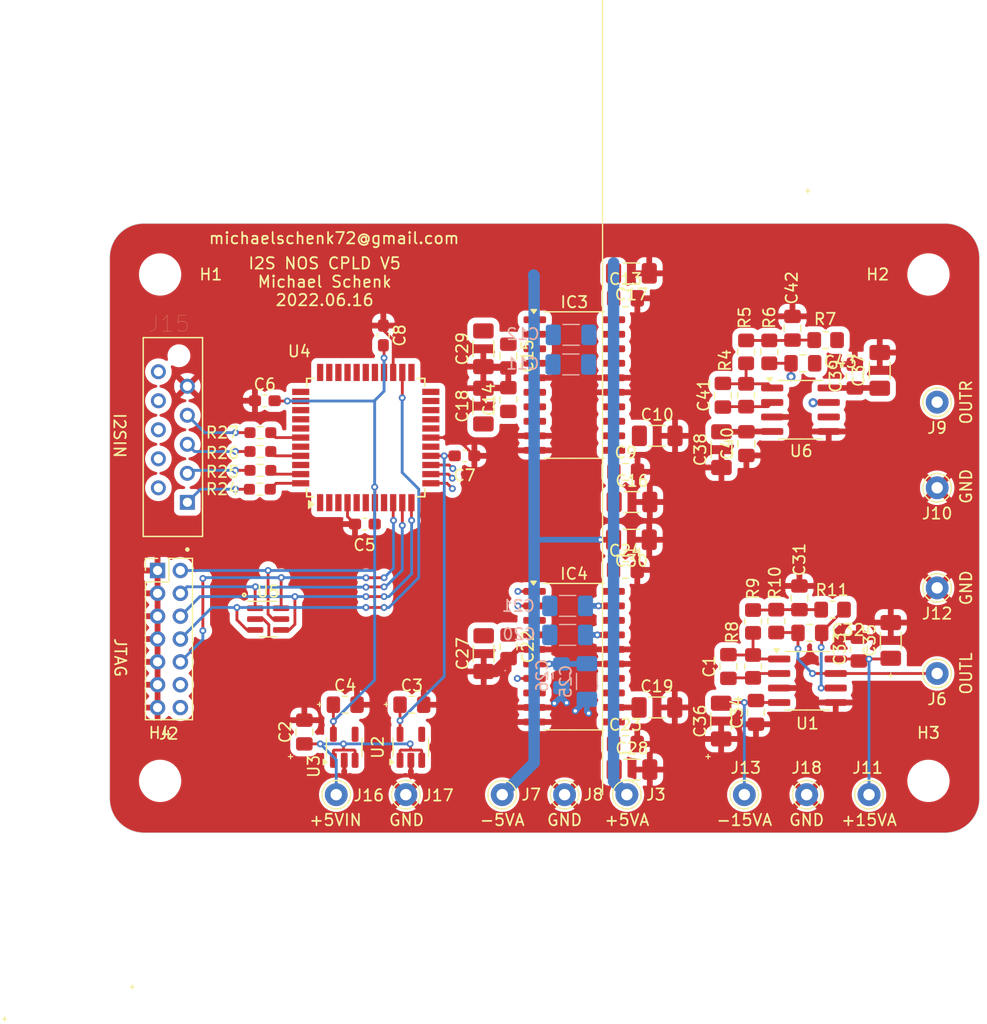
<source format=kicad_pcb>
(kicad_pcb (version 20241229) (generator "pcbnew") (generator_version "9.0")
  (layers (0 "F.Cu" mixed) (4 "In1.Cu" signal) (6 "In2.Cu" signal) (2 "B.Cu" mixed) (13 "F.Paste" user) (15 "B.Paste" user) (5 "F.SilkS" user "F.Silkscreen") (7 "B.SilkS" user "B.Silkscreen") (1 "F.Mask" user) (3 "B.Mask" user) (25 "Edge.Cuts" user))
  (net 0 "")
  (net 1 "GND")
  (net 2 "+3V3")
  (net 3 "+1V8")
  (net 4 "Net-(IC4-IOUT)")
  (net 5 "JTAG_TCK")
  (net 6 "JTAG_TDO")
  (net 7 "JTAG_TDI")
  (net 8 "JTAG_TMS")
  (net 9 "MCLK")
  (net 10 "BCK")
  (net 11 "LRCK")
  (net 12 "DATAIN")
  (net 13 "DATAOUTR")
  (net 14 "DATAOUTL")
  (net 15 "+5VA")
  (net 16 "Net-(J16-Pin_1)")
  (net 17 "-5VA")
  (net 18 "-15V")
  (net 19 "+15V")
  (net 20 "Net-(IC4-BPO_DC)")
  (net 21 "Net-(IC4-SERV_DC)")
  (net 22 "LEOUTR")
  (net 23 "CLKOUTR")
  (net 24 "LEOUTL")
  (net 25 "CLKOUTL")
  (net 26 "Net-(C1-Pad2)")
  (net 27 "Net-(IC4-REF_DC)")
  (net 28 "Net-(C31-Pad1)")
  (net 29 "Net-(U1B--)")
  (net 30 "Net-(J6-Pin_1)")
  (net 31 "Net-(C41-Pad2)")
  (net 32 "Net-(C42-Pad1)")
  (net 33 "Net-(J9-Pin_1)")
  (net 34 "Net-(U6B--)")
  (net 35 "Net-(J15-Pad1)")
  (net 36 "Net-(J15-Pad3)")
  (net 37 "Net-(J15-Pad5)")
  (net 38 "Net-(J15-Pad7)")
  (net 41 "Net-(IC3-BPO_DC)")
  (net 42 "Net-(IC3-SERV_DC)")
  (net 49 "Net-(IC3-REF_DC)")
  (net 50 "Net-(IC3-IOUT)")
  (footprint "MountingHole:MountingHole_3.2mm_M3" (layer "F.Cu") (at 113.03 66.04)
    (property "Reference" "H1")
    (property "Value" "MountingHole")
  )
  (footprint "MountingHole:MountingHole_3.2mm_M3" (layer "F.Cu") (at 113.03 110.363)
    (property "Reference" "H4")
    (property "Value" "MountingHole")
  )
  (footprint "kicad-snk:TE_CONN_RCPT_10POS_0.1_TIN_PCB" (layer "F.Cu") (at 115.421 85.982 90)
    (property "Reference" "J15")
    (property "Value" "A")
  )
  (footprint "Resistor_SMD:R_0603_1608Metric_Pad0.98x0.95mm_HandSolder" (layer "F.Cu") (at 121.7695 84.836)
    (property "Reference" "R24")
    (property "Value" "33R")
  )
  (footprint "Resistor_SMD:R_0603_1608Metric_Pad0.98x0.95mm_HandSolder" (layer "F.Cu") (at 121.8165 83.185)
    (property "Reference" "R25")
    (property "Value" "33R")
  )
  (footprint "Resistor_SMD:R_0603_1608Metric_Pad0.98x0.95mm_HandSolder" (layer "F.Cu") (at 121.8165 81.534)
    (property "Reference" "R26")
    (property "Value" "33R")
  )
  (footprint "Resistor_SMD:R_0603_1608Metric_Pad0.98x0.95mm_HandSolder" (layer "F.Cu") (at 121.8165 79.883)
    (property "Reference" "R27")
    (property "Value" "33R")
  )
  (footprint "MountingHole:MountingHole_3.2mm_M3" (layer "F.Cu") (at 180.34 110.363)
    (property "Reference" "H3")
    (property "Value" "MountingHole")
  )
  (footprint "MountingHole:MountingHole_3.2mm_M3" (layer "F.Cu") (at 180.34 66.04)
    (property "Reference" "H2")
    (property "Value" "MountingHole")
  )
  (footprint "Capacitor_SMD:C_0603_1608Metric_Pad1.08x0.95mm_HandSolder" (layer "F.Cu") (at 130.9635 87.884)
    (property "Reference" "C5")
    (property "Value" "100nF")
  )
  (footprint "Package_QFP:TQFP-44_10x10mm_P0.8mm" (layer "F.Cu") (at 131.049 80.315 90)
    (property "Reference" "U4")
    (property "Value" "XC2C64A-xVQ44")
  )
  (footprint "Capacitor_SMD:C_0603_1608Metric_Pad1.08x0.95mm_HandSolder" (layer "F.Cu") (at 122.2005 77.089)
    (property "Reference" "C6")
    (property "Value" "100nF")
  )
  (footprint "Capacitor_SMD:C_0603_1608Metric_Pad1.08x0.95mm_HandSolder" (layer "F.Cu") (at 139.7 81.915 180)
    (property "Reference" "C7")
    (property "Value" "100nF")
  )
  (footprint "Capacitor_SMD:C_0603_1608Metric_Pad1.08x0.95mm_HandSolder" (layer "F.Cu") (at 132.588 71.374 -90)
    (property "Reference" "C8")
    (property "Value" "100nF")
  )
  (footprint "Connector_PinHeader_2.00mm:PinHeader_2x07_P2.00mm_Vertical" (layer "F.Cu") (at 112.808 91.948)
    (property "Reference" "J2")
    (property "Value" "Conn_02x07_Odd_Even")
  )
  (footprint "Package_SO:SC-74-6_1.5x2.9mm_P0.95mm" (layer "F.Cu") (at 122.497 96.2025)
    (property "Reference" "U5")
    (property "Value" "CM1293A−04SO")
  )
  (footprint "Connector_Pin:Pin_D1.0mm_L10.0mm" (layer "F.Cu") (at 181.102 84.709)
    (property "Reference" "J10")
    (property "Value" "GND")
  )
  (footprint "Connector_Pin:Pin_D1.0mm_L10.0mm" (layer "F.Cu") (at 175.133 111.5695)
    (property "Reference" "J11")
    (property "Value" "+15VAIN")
  )
  (footprint "Connector_Pin:Pin_D1.0mm_L10.0mm" (layer "F.Cu") (at 164.211 111.5695)
    (property "Reference" "J13")
    (property "Value" "-15VAIN")
  )
  (footprint "Connector_Pin:Pin_D1.0mm_L10.0mm" (layer "F.Cu") (at 169.672 111.5695)
    (property "Reference" "J18")
    (property "Value" "GND")
  )
  (footprint "Capacitor_SMD:C_1206_3216Metric_Pad1.33x1.80mm_HandSolder" (layer "F.Cu") (at 156.5533 103.9368)
    (property "Reference" "C19")
    (property "Value" "100uF")
  )
  (footprint "Connector_Pin:Pin_D1.0mm_L10.0mm" (layer "F.Cu") (at 181.102 100.965)
    (property "Reference" "J6")
    (property "Value" "OUT")
  )
  (footprint "Connector_Pin:Pin_D1.0mm_L10.0mm" (layer "F.Cu") (at 181.102 93.472)
    (property "Reference" "J12")
    (property "Value" "GND")
  )
  (footprint "Capacitor_SMD:C_0805_2012Metric_Pad1.18x1.45mm_HandSolder" (layer "F.Cu") (at 162.814 100.3515 90)
    (property "Reference" "C1")
    (property "Value" "47pF")
  )
  (footprint "Capacitor_SMD:C_0805_2012Metric_Pad1.18x1.45mm_HandSolder" (layer "F.Cu") (at 169.037 94.3395 90)
    (property "Reference" "C31")
    (property "Value" "2n2")
  )
  (footprint "Capacitor_SMD:C_0805_2012Metric_Pad1.18x1.45mm_HandSolder" (layer "F.Cu") (at 169.9475 97.409)
    (property "Reference" "C32")
    (property "Value" "560p")
  )
  (footprint "Capacitor_SMD:C_1206_3216Metric_Pad1.33x1.80mm_HandSolder" (layer "F.Cu") (at 177.038 98.07 90)
    (property "Reference" "C35")
    (property "Value" "10uF/25V")
  )
  (footprint "Capacitor_SMD:C_1206_3216Metric_Pad1.33x1.80mm_HandSolder" (layer "F.Cu") (at 162.179 105.13 90)
    (property "Reference" "C36")
    (property "Value" "10uF/25V")
  )
  (footprint "Resistor_SMD:R_0805_2012Metric_Pad1.20x1.40mm_HandSolder" (layer "F.Cu") (at 164.973 100.346 -90)
    (property "Reference" "R8")
    (property "Value" "2.5k")
  )
  (footprint "Resistor_SMD:R_0805_2012Metric_Pad1.20x1.40mm_HandSolder" (layer "F.Cu") (at 164.973 96.409 -90)
    (property "Reference" "R9")
    (property "Value" "4.7k")
  )
  (footprint "Resistor_SMD:R_0805_2012Metric_Pad1.20x1.40mm_HandSolder" (layer "F.Cu") (at 167.005 96.377 -90)
    (property "Reference" "R10")
    (property "Value" "4.7k")
  )
  (footprint "Resistor_SMD:R_0805_2012Metric_Pad1.20x1.40mm_HandSolder" (layer "F.Cu") (at 171.942 95.377 180)
    (property "Reference" "R11")
    (property "Value" "2k")
  )
  (footprint "Capacitor_SMD:C_0805_2012Metric_Pad1.18x1.45mm_HandSolder" (layer "F.Cu") (at 174.244 98.8325 90)
    (property "Reference" "C33")
    (property "Value" "100nF")
  )
  (footprint "Capacitor_SMD:C_0805_2012Metric_Pad1.18x1.45mm_HandSolder" (layer "F.Cu") (at 165.227 104.3675 90)
    (property "Reference" "C34")
    (property "Value" "100nF")
  )
  (footprint "Package_SO:SOIC-8_3.9x4.9mm_P1.27mm" (layer "F.Cu") (at 169.737 101.6)
    (property "Reference" "U1")
    (property "Value" "OPA1612")
  )
  (footprint "Capacitor_SMD:C_1206_3216Metric_Pad1.33x1.80mm_HandSolder" (layer "F.Cu") (at 141.3764 99.2247 90)
    (property "Reference" "C27")
    (property "Value" "10uF/10V")
  )
  (footprint "Capacitor_SMD:C_1206_3216Metric_Pad1.33x1.80mm_HandSolder" (layer "F.Cu") (at 154.3689 109.3724)
    (property "Reference" "C28")
    (property "Value" "10uF/10V")
  )
  (footprint "Capacitor_SMD:C_1206_3216Metric_Pad1.33x1.80mm_HandSolder" (layer "F.Cu") (at 154.3181 89.2556 180)
    (property "Reference" "C30")
    (property "Value" "10uF/10V")
  )
  (footprint "Capacitor_SMD:C_1206_3216Metric_Pad1.33x1.80mm_HandSolder" (layer "F.Cu") (at 154.3689 85.9536)
    (property "Reference" "C16")
    (property "Value" "10uF/10V")
  )
  (footprint "Capacitor_SMD:C_1206_3216Metric_Pad1.33x1.80mm_HandSolder" (layer "F.Cu") (at 154.3181 65.9384 180)
    (property "Reference" "C17")
    (property "Value" "10uF/10V")
  )
  (footprint "Capacitor_SMD:C_1206_3216Metric_Pad1.33x1.80mm_HandSolder" (layer "F.Cu") (at 141.3502 77.5593 90)
    (property "Reference" "C18")
    (property "Value" "10uF/10V")
  )
  (footprint "Capacitor_SMD:C_1206_3216Metric_Pad1.33x1.80mm_HandSolder" (layer "F.Cu") (at 141.3502 72.5424 90)
    (property "Reference" "C29")
    (property "Value" "10uF/10V")
  )
  (footprint "Capacitor_SMD:C_1206_3216Metric_Pad1.33x1.80mm_HandSolder" (layer "F.Cu") (at 176.0728 74.4343 90)
    (property "Reference" "C37")
    (property "Value" "10uF/25V")
  )
  (footprint "Resistor_SMD:R_0805_2012Metric_Pad1.20x1.40mm_HandSolder" (layer "F.Cu") (at 171.3324 71.7812 180)
    (property "Reference" "R7")
    (property "Value" "2k")
  )
  (footprint "Resistor_SMD:R_0805_2012Metric_Pad1.20x1.40mm_HandSolder" (layer "F.Cu") (at 164.3634 76.6072 -90)
    (property "Reference" "R4")
    (property "Value" "2.5k")
  )
  (footprint "Capacitor_SMD:C_0805_2012Metric_Pad1.18x1.45mm_HandSolder" (layer "F.Cu") (at 153.8177 83.312)
    (property "Reference" "C9")
    (property "Value" "100nF")
  )
  (footprint "Capacitor_SMD:C_0805_2012Metric_Pad1.18x1.45mm_HandSolder" (layer "F.Cu") (at 153.7931 91.8972)
    (property "Reference" "C24")
    (property "Value" "100nF")
  )
  (footprint "Package_SO:SOIC-8_3.9x4.9mm_P1.27mm" (layer "F.Cu") (at 169.1259 77.8772)
    (property "Reference" "U6")
    (property "Value" "OPA1612")
  )
  (footprint "Capacitor_SMD:C_0805_2012Metric_Pad1.18x1.45mm_HandSolder" (layer "F.Cu") (at 153.7931 107.1372)
    (property "Reference" "C23")
    (property "Value" "100nF")
  )
  (footprint "Capacitor_SMD:C_0805_2012Metric_Pad1.18x1.45mm_HandSolder" (layer "F.Cu") (at 143.5608 98.6243 -90)
    (property "Reference" "C22")
    (property "Value" "100nF")
  )
  (footprint "Capacitor_SMD:C_0805_2012Metric_Pad1.18x1.45mm_HandSolder" (layer "F.Cu") (at 143.5346 73.1813 -90)
    (property "Reference" "C15")
    (property "Value" "100nF")
  )
  (footprint "Capacitor_SMD:C_0805_2012Metric_Pad1.18x1.45mm_HandSolder" (layer "F.Cu") (at 143.5346 76.986 90)
    (property "Reference" "C14")
    (property "Value" "100nF")
  )
  (footprint "Capacitor_SMD:C_0805_2012Metric_Pad1.18x1.45mm_HandSolder" (layer "F.Cu") (at 169.3379 73.8132)
    (property "Reference" "C43")
    (property "Value" "560p")
  )
  (footprint "Resistor_SMD:R_0805_2012Metric_Pad1.20x1.40mm_HandSolder" (layer "F.Cu") (at 164.3634 72.8132 -90)
    (property "Reference" "R5")
    (property "Value" "4.7k")
  )
  (footprint "Capacitor_SMD:C_0805_2012Metric_Pad1.18x1.45mm_HandSolder" (layer "F.Cu") (at 168.4274 70.7437 90)
    (property "Reference" "C42")
    (property "Value" "2n2")
  )
  (footprint "Resistor_SMD:R_0805_2012Metric_Pad1.20x1.40mm_HandSolder" (layer "F.Cu") (at 166.3954 72.8132 -90)
    (property "Reference" "R6")
    (property "Value" "4.7k")
  )
  (footprint "Capacitor_SMD:C_0805_2012Metric_Pad1.18x1.45mm_HandSolder" (layer "F.Cu") (at 162.3314 76.6072 90)
    (property "Reference" "C41")
    (property "Value" "47pF")
  )
  (footprint "Capacitor_SMD:C_0805_2012Metric_Pad1.18x1.45mm_HandSolder" (layer "F.Cu") (at 164.3888 80.8443 90)
    (property "Reference" "C40")
    (property "Value" "100nF")
  )
  (footprint "Capacitor_SMD:C_0805_2012Metric_Pad1.18x1.45mm_HandSolder" (layer "F.Cu") (at 153.8009 68.1228)
    (property "Reference" "C13")
    (property "Value" "100nF")
  )
  (footprint "Capacitor_SMD:C_0805_2012Metric_Pad1.18x1.45mm_HandSolder" (layer "F.Cu") (at 173.8884 74.9347 90)
    (property "Reference" "C39")
    (property "Value" "100nF")
  )
  (footprint "Capacitor_SMD:C_1206_3216Metric_Pad1.33x1.80mm_HandSolder" (layer "F.Cu") (at 162.2044 81.3693 90)
    (property "Reference" "C38")
    (property "Value" "10uF/25V")
  )
  (footprint "Capacitor_SMD:C_1206_3216Metric_Pad1.33x1.80mm_HandSolder" (layer "F.Cu") (at 156.5779 80.1624)
    (property "Reference" "C10")
    (property "Value" "100uF")
  )
  (footprint "Connector_Pin:Pin_D1.0mm_L10.0mm" (layer "F.Cu") (at 153.924 111.5695)
    (property "Reference" "J3")
    (property "Value" "+5VAIN")
  )
  (footprint "Connector_Pin:Pin_D1.0mm_L10.0mm" (layer "F.Cu") (at 143.002 111.5695)
    (property "Reference" "J7")
    (property "Value" "-5VAIN")
  )
  (footprint "Connector_Pin:Pin_D1.0mm_L10.0mm" (layer "F.Cu") (at 148.463 111.5695)
    (property "Reference" "J8")
    (property "Value" "GND")
  )
  (footprint "Connector_Pin:Pin_D1.0mm_L10.0mm" (layer "F.Cu") (at 181.102 77.216)
    (property "Reference" "J9")
    (property "Value" "OUT")
  )
  (footprint "Connector_Pin:Pin_D1.0mm_L10.0mm" (layer "F.Cu") (at 128.4605 111.5695)
    (property "Reference" "J16")
    (property "Value" "+5VIN")
  )
  (footprint "Connector_Pin:Pin_D1.0mm_L10.0mm" (layer "F.Cu") (at 134.5565 111.5695)
    (property "Reference" "J17")
    (property "Value" "GND")
  )
  (footprint "Package_TO_SOT_SMD:SOT-23-5" (layer "F.Cu") (at 134.9985 107.4215 90)
    (property "Reference" "U2")
    (property "Value" "TC1185-1.8VCT713")
  )
  (footprint "Package_TO_SOT_SMD:SOT-23-5" (layer "F.Cu") (at 129.1615 107.4215 90)
    (property "Reference" "U3")
    (property "Value" "TC1185-3.3VCT713")
  )
  (footprint "Capacitor_SMD:C_0805_2012Metric_Pad1.18x1.45mm_HandSolder" (layer "F.Cu") (at 125.6665 106.087 90)
    (property "Reference" "C2")
    (property "Value" "10uF/6.3V")
  )
  (footprint "Capacitor_SMD:C_0805_2012Metric_Pad1.18x1.45mm_HandSolder" (layer "F.Cu") (at 135.086 103.6955)
    (property "Reference" "C3")
    (property "Value" "10uF/6.3V")
  )
  (footprint "Capacitor_SMD:C_0805_2012Metric_Pad1.18x1.45mm_HandSolder" (layer "F.Cu") (at 129.244 103.6955)
    (property "Reference" "C4")
    (property "Value" "10uF/6.3V")
  )
  (footprint "Package_SO:SO-20_5.3x12.6mm_P1.27mm" (layer "F.Cu") (at 149.2931 99.4918)
    (property "Reference" "IC4")
    (property "Value" "PCM1704U")
  )
  (footprint "Package_SO:SO-20_5.3x12.6mm_P1.27mm" (layer "F.Cu") (at 149.3177 75.7174)
    (property "Reference" "IC3")
    (property "Value" "PCM1704U")
  )
  (footprint "Capacitor_SMD:C_1206_3216Metric_Pad1.33x1.80mm_HandSolder" (layer "B.Cu") (at 148.7301 97.5868 180)
    (property "Reference" "C20")
    (property "Value" "47uF")
  )
  (footprint "Capacitor_SMD:C_1206_3216Metric_Pad1.33x1.80mm_HandSolder" (layer "B.Cu") (at 148.7301 95.0468 180)
    (property "Reference" "C21")
    (property "Value" "47uF")
  )
  (footprint "Capacitor_SMD:C_1206_3216Metric_Pad1.33x1.80mm_HandSolder" (layer "B.Cu") (at 150.4188 101.6631 -90)
    (property "Reference" "C25")
    (property "Value" "10uF/10V")
  )
  (footprint "Capacitor_SMD:C_0805_2012Metric_Pad1.18x1.45mm_HandSolder" (layer "B.Cu") (at 148.1836 101.1643 -90)
    (property "Reference" "C26")
    (property "Value" "100nF")
  )
  (footprint "Capacitor_SMD:C_1206_3216Metric_Pad1.33x1.80mm_HandSolder" (layer "B.Cu") (at 149.0103 73.914 180)
    (property "Reference" "C11")
    (property "Value" "47uF")
  )
  (footprint "Capacitor_SMD:C_1206_3216Metric_Pad1.33x1.80mm_HandSolder" (layer "B.Cu") (at 149.0349 71.3232 180)
    (property "Reference" "C12")
    (property "Value" "47uF")
  )
  (gr_line (start 151.7904 42.0751) (end 151.7904 111.5695) (stroke (width 0.12)) (layer "F.SilkS"))
  (gr_line (start 111.6104 61.5696) (end 181.8104 61.5696) (stroke (width 0.05)) (layer "Edge.Cuts"))
  (gr_arc (start 181.8104 61.5696) (mid 183.93172 62.44828) (end 184.8104 64.5696) (stroke (width 0.05)) (layer "Edge.Cuts"))
  (gr_line (start 108.6104 111.9096) (end 108.6104 64.5696) (stroke (width 0.05)) (layer "Edge.Cuts"))
  (gr_arc (start 111.6104 114.9096) (mid 109.48908 114.03092) (end 108.6104 111.9096) (stroke (width 0.05)) (layer "Edge.Cuts"))
  (gr_line (start 181.8104 114.9096) (end 111.6104 114.9096) (stroke (width 0.05)) (layer "Edge.Cuts"))
  (gr_arc (start 184.8104 111.9096) (mid 183.93172 114.03092) (end 181.8104 114.9096) (stroke (width 0.05)) (layer "Edge.Cuts"))
  (gr_arc (start 108.6104 64.5696) (mid 109.48908 62.44828) (end 111.6104 61.5696) (stroke (width 0.05)) (layer "Edge.Cuts"))
  (gr_line (start 184.8104 64.5696) (end 184.8104 111.9096) (stroke (width 0.05)) (layer "Edge.Cuts"))
  (gr_text "I2SIN" (at 109.474 80.137 270) (layer "F.SilkS") (effects (font (size 1 1))))
  (gr_text "GND" (at 148.463 113.792 0) (layer "F.SilkS") (effects (font (size 1 1))))
  (gr_text "+5VA" (at 153.924 113.792 0) (layer "F.SilkS") (effects (font (size 1 1))))
  (gr_text "GND" (at 169.672 113.792 0) (layer "F.SilkS") (effects (font (size 1 1))))
  (gr_text "-15VA" (at 164.211 113.792 0) (layer "F.SilkS") (effects (font (size 1 1))))
  (gr_text "+15VA" (at 175.133 113.792 0) (layer "F.SilkS") (effects (font (size 1 1))))
  (gr_text "JTAG" (at 109.5375 99.568 270) (layer "F.SilkS") (effects (font (size 1 1))))
  (gr_text "-5VA" (at 143.002 113.792 0) (layer "F.SilkS") (effects (font (size 1 1))))
  (gr_text "I2S NOS CPLD V5\nMichael Schenk\n2022.06.16" (at 127.4445 66.675 0) (layer "F.SilkS") (effects (font (size 1 1))))
  (gr_text "GND" (at 183.642 84.582 90) (layer "F.SilkS") (effects (font (size 1 1))))
  (gr_text "OUTR" (at 183.642 77.216 90) (layer "F.SilkS") (effects (font (size 1 1))))
  (gr_text "GND" (at 183.642 93.472 90) (layer "F.SilkS") (effects (font (size 1 1))))
  (gr_text "OUTL" (at 183.642 100.965 90) (layer "F.SilkS") (effects (font (size 1 1))))
  (gr_text "GND" (at 134.62 113.792 0) (layer "F.SilkS") (effects (font (size 1 1))))
  (gr_text "michaelschenk72@gmail.com" (at 128.27 62.865 0) (layer "F.SilkS") (effects (font (size 1 1))))
  (gr_text "+" (at 127 103.632 0) (layer "F.SilkS") (effects (font (size 0.5 0.5) (thickness 0.1))))
  (gr_text "+" (at 110.5916 128.3716 0) (layer "F.SilkS") (effects (font (size 0.5 0.5) (thickness 0.1))))
  (gr_text "+" (at 161.036 108.204 0) (layer "F.SilkS") (effects (font (size 0.5 0.5) (thickness 0.1))))
  (gr_text "°" (at 120.396 94.488 0) (layer "F.SilkS") (effects (font (size 1 1))))
  (gr_text "+" (at 124.46 108.204 0) (layer "F.SilkS") (effects (font (size 0.5 0.5) (thickness 0.1))))
  (gr_text "+" (at 132.842 103.632 0) (layer "F.SilkS") (effects (font (size 0.5 0.5) (thickness 0.1))))
  (gr_text "+" (at 169.7736 58.674 0) (layer "F.SilkS") (effects (font (size 0.5 0.5) (thickness 0.1))))
  (gr_text "+5VIN" (at 128.397 113.792 0) (layer "F.SilkS") (effects (font (size 1 1))))
  (gr_text "+" (at 99.4156 131.1656 0) (layer "F.SilkS") (effects (font (size 0.5 0.5) (thickness 0.1))))
  (gr_text "+" (at 177.038 101.092 0) (layer "F.SilkS") (effects (font (size 0.5 0.5) (thickness 0.1))))
  (segment (start 134.9985 108.5215) (end 134.9985 110.1065) (width 0.25) (layer "F.Cu") (net 1))
  (segment (start 129.1615 108.5215) (end 129.1615 109.7255) (width 0.25) (layer "F.Cu") (net 1))
  (segment (start 129.449 87.232) (end 129.449 86.015) (width 0.25) (layer "F.Cu") (net 1))
  (segment (start 122.072 96.2025) (end 122.555 96.6855) (width 0.25) (layer "F.Cu") (net 1))
  (segment (start 133.449 74.615) (end 133.449 71.76449) (width 0.25) (layer "F.Cu") (net 1))
  (segment (start 122.555 96.6855) (end 122.555 98.552) (width 0.25) (layer "F.Cu") (net 1))
  (segment (start 121.3595 96.2025) (end 122.072 96.2025) (width 0.25) (layer "F.Cu") (net 1))
  (segment (start 132.588 70.90349) (end 132.588 70.5115) (width 0.25) (layer "F.Cu") (net 1))
  (segment (start 141.3764 100.7872) (end 142.4354 100.7872) (width 1) (layer "F.Cu") (net 1))
  (segment (start 145.8306 98.8568) (end 144.3658 98.8568) (width 0.5) (layer "F.Cu") (net 1))
  (segment (start 138.9625 80.315) (end 140.5625 81.915) (width 0.25) (layer "F.Cu") (net 1))
  (segment (start 142.4354 100.7872) (end 143.5608 99.6618) (width 1) (layer "F.Cu") (net 1))
  (segment (start 136.749 80.315) (end 138.9625 80.315) (width 0.25) (layer "F.Cu") (net 1))
  (segment (start 144.3658 98.8568) (end 143.5608 99.6618) (width 0.5) (layer "F.Cu") (net 1))
  (segment (start 130.101 87.884) (end 129.449 87.232) (width 0.25) (layer "F.Cu") (net 1))
  (segment (start 133.449 71.76449) (end 132.588 70.90349) (width 0.25) (layer "F.Cu") (net 1))
  (via (at 148.6408 103.5304) (size 0.6) (drill 0.3) (layers "F.Cu" "B.Cu") (net 1))
  (via (at 147.574 103.5812) (size 0.6) (drill 0.3) (layers "F.Cu" "B.Cu") (net 1))
  (via (at 150.5712 104.4448) (size 0.6) (drill 0.3) (layers "F.Cu" "B.Cu") (net 1))
  (via (at 149.4028 104.2416) (size 0.6) (drill 0.3) (layers "F.Cu" "B.Cu") (net 1))
  (segment (start 150.4188 104.2924) (end 150.5712 104.4448) (width 0.5) (layer "B.Cu") (net 1))
  (segment (start 150.4188 103.2256) (end 150.4188 104.2924) (width 0.5) (layer "B.Cu") (net 1))
  (segment (start 148.1836 102.9716) (end 147.574 103.5812) (width 0.5) (layer "B.Cu") (net 1))
  (segment (start 148.1836 103.0732) (end 148.6408 103.5304) (width 0.5) (layer "B.Cu") (net 1))
  (segment (start 150.4188 103.2256) (end 149.4028 104.2416) (width 0.5) (layer "B.Cu") (net 1))
  (segment (start 150.4188 103.2256) (end 150.425003 103.2256) (width 0.5) (layer "B.Cu") (net 1))
  (segment (start 148.1836 102.2018) (end 148.1836 102.9716) (width 0.5) (layer "B.Cu") (net 1))
  (segment (start 148.1836 102.2018) (end 148.1836 103.0732) (width 0.5) (layer "B.Cu") (net 1))
  (segment (start 124.18 77.115) (end 123.089 77.115) (width 0.25) (layer "F.Cu") (net 2))
  (segment (start 132.649 73.345) (end 132.649 72.2975) (width 0.25) (layer "F.Cu") (net 2))
  (segment (start 128.2115 105.151) (end 128.2115 103.7005) (width 0.25) (layer "F.Cu") (net 2))
  (segment (start 128.2115 103.7005) (end 128.2065 103.6955) (width 0.25) (layer "F.Cu") (net 2))
  (segment (start 128.2115 106.3215) (end 128.2115 105.151) (width 0.25) (layer "F.Cu") (net 2))
  (segment (start 131.826 87.884) (end 131.826 86.038) (width 0.25) (layer "F.Cu") (net 2))
  (segment (start 123.089 77.115) (end 123.063 77.089) (width 0.25) (layer "F.Cu") (net 2))
  (segment (start 131.826 86.038) (end 131.849 86.015) (width 0.25) (layer "F.Cu") (net 2))
  (segment (start 125.349 77.115) (end 124.18 77.115) (width 0.25) (layer "F.Cu") (net 2))
  (segment (start 131.849 84.6685) (end 131.826 84.6455) (width 0.25) (layer "F.Cu") (net 2))
  (segment (start 122.4915 95.772) (end 122.4915 91.948) (width 0.25) (layer "F.Cu") (net 2))
  (segment (start 132.649 74.615) (end 132.649 73.345) (width 0.25) (layer "F.Cu") (net 2))
  (segment (start 122.922 96.2025) (end 122.4915 95.772) (width 0.25) (layer "F.Cu") (net 2))
  (segment (start 123.6345 96.2025) (end 122.922 96.2025) (width 0.25) (layer "F.Cu") (net 2))
  (segment (start 131.849 86.015) (end 131.849 84.6685) (width 0.25) (layer "F.Cu") (net 2))
  (segment (start 132.649 72.2975) (end 132.588 72.2365) (width 0.25) (layer "F.Cu") (net 2))
  (via (at 128.2115 105.151) (size 0.6) (drill 0.3) (layers "F.Cu" "B.Cu") (net 2))
  (via (at 124.18 77.115) (size 0.6) (drill 0.3) (layers "F.Cu" "B.Cu") (net 2))
  (via (at 132.649 73.345) (size 0.6) (drill 0.3) (layers "F.Cu" "B.Cu") (net 2))
  (via (at 122.4915 91.948) (size 0.6) (drill 0.3) (layers "F.Cu" "B.Cu") (net 2))
  (via (at 131.826 84.6455) (size 0.6) (drill 0.3) (layers "F.Cu" "B.Cu") (net 2))
  (segment (start 124.18 77.115) (end 131.7885 77.115) (width 0.25) (layer "B.Cu") (net 2))
  (segment (start 132.649 76.2545) (end 132.649 73.345) (width 0.25) (layer "B.Cu") (net 2))
  (segment (start 131.826 84.6455) (end 131.826 77.1525) (width 0.25) (layer "B.Cu") (net 2))
  (segment (start 131.7885 77.115) (end 132.649 76.2545) (width 0.25) (layer "B.Cu") (net 2))
  (segment (start 122.4915 91.948) (end 131.826 91.948) (width 0.25) (layer "B.Cu") (net 2))
  (segment (start 131.826 91.948) (end 131.826 101.5365) (width 0.25) (layer "B.Cu") (net 2))
  (segment (start 131.826 84.6455) (end 131.826 91.948) (width 0.25) (layer "B.Cu") (net 2))
  (segment (start 131.826 77.1525) (end 131.7885 77.115) (width 0.25) (layer "B.Cu") (net 2))
  (segment (start 131.826 101.5365) (end 128.2115 105.151) (width 0.25) (layer "B.Cu") (net 2))
  (segment (start 114.808 91.948) (end 122.4915 91.948) (width 0.25) (layer "B.Cu") (net 2))
  (segment (start 137.922 81.915) (end 138.8375 81.915) (width 0.25) (layer "F.Cu") (net 3))
  (segment (start 134.0485 105.0925) (end 134.0485 103.6955) (width 0.25) (layer "F.Cu") (net 3))
  (segment (start 134.0485 106.3215) (end 134.0485 105.0925) (width 0.25) (layer "F.Cu") (net 3))
  (segment (start 136.749 81.915) (end 137.922 81.915) (width 0.25) (layer "F.Cu") (net 3))
  (via (at 134.0485 105.0925) (size 0.6) (drill 0.3) (layers "F.Cu" "B.Cu") (net 3))
  (via (at 137.922 81.915) (size 0.6) (drill 0.3) (layers "F.Cu" "B.Cu") (net 3))
  (segment (start 137.922 101.219) (end 134.0485 105.0925) (width 0.25) (layer "B.Cu") (net 3))
  (segment (start 137.922 81.915) (end 137.922 101.219) (width 0.25) (layer "B.Cu") (net 3))
  (segment (start 164.973 101.346) (end 162.857 101.346) (width 0.25) (layer "F.Cu") (net 4))
  (segment (start 162.857 101.346) (end 162.814 101.389) (width 0.25) (layer "F.Cu") (net 4))
  (segment (start 167.262 100.965) (end 165.354 100.965) (width 0.25) (layer "F.Cu") (net 4))
  (segment (start 165.354 100.965) (end 164.973 101.346) (width 0.25) (layer "F.Cu") (net 4))
  (segment (start 135.049 87.551) (end 135.0645 87.5665) (width 0.25) (layer "F.Cu") (net 5))
  (segment (start 124.841 96.6585) (end 124.841 94.234) (width 0.25) (layer "F.Cu") (net 5))
  (segment (start 135.049 86.015) (end 135.049 87.551) (width 0.25) (layer "F.Cu") (net 5))
  (segment (start 131.064 94.234) (end 132.6515 94.234) (width 0.25) (layer "F.Cu") (net 5))
  (segment (start 123.6345 97.1525) (end 124.347 97.1525) (width 0.25) (layer "F.Cu") (net 5))
  (segment (start 124.347 97.1525) (end 124.841 96.6585) (width 0.25) (layer "F.Cu") (net 5))
  (via (at 132.6515 94.234) (size 0.6) (drill 0.3) (layers "F.Cu" "B.Cu") (net 5))
  (via (at 135.0645 87.5665) (size 0.6) (drill 0.3) (layers "F.Cu" "B.Cu") (net 5))
  (via (at 124.841 94.234) (size 0.6) (drill 0.3) (layers "F.Cu" "B.Cu") (net 5))
  (via (at 131.064 94.234) (size 0.6) (drill 0.3) (layers "F.Cu" "B.Cu") (net 5))
  (segment (start 133.075764 94.234) (end 135.0645 92.245264) (width 0.25) (layer "B.Cu") (net 5))
  (segment (start 116.522 94.234) (end 114.808 95.948) (width 0.25) (layer "B.Cu") (net 5))
  (segment (start 132.6515 94.234) (end 133.075764 94.234) (width 0.25) (layer "B.Cu") (net 5))
  (segment (start 124.841 94.234) (end 131.064 94.234) (width 0.25) (layer "B.Cu") (net 5))
  (segment (start 135.0645 92.245264) (end 135.0645 87.5665) (width 0.25) (layer "B.Cu") (net 5))
  (segment (start 124.841 94.234) (end 116.522 94.234) (width 0.25) (layer "B.Cu") (net 5))
  (segment (start 134.249 74.615) (end 134.249 76.825) (width 0.25) (layer "F.Cu") (net 6))
  (segment (start 121.3595 97.1525) (end 120.647 97.1525) (width 0.25) (layer "F.Cu") (net 6))
  (segment (start 134.249 76.825) (end 134.239 76.835) (width 0.25) (layer "F.Cu") (net 6))
  (segment (start 119.761 96.2665) (end 119.761 95.1865) (width 0.25) (layer "F.Cu") (net 6))
  (segment (start 131.064 95.1865) (end 132.6515 95.1865) (width 0.25) (layer "F.Cu") (net 6))
  (segment (start 120.647 97.1525) (end 119.761 96.2665) (width 0.25) (layer "F.Cu") (net 6))
  (via (at 134.239 76.835) (size 0.6) (drill 0.3) (layers "F.Cu" "B.Cu") (net 6))
  (via (at 132.6515 95.1865) (size 0.6) (drill 0.3) (layers "F.Cu" "B.Cu") (net 6))
  (via (at 131.064 95.1865) (size 0.6) (drill 0.3) (layers "F.Cu" "B.Cu") (net 6))
  (via (at 119.761 95.1865) (size 0.6) (drill 0.3) (layers "F.Cu" "B.Cu") (net 6))
  (segment (start 117.5695 95.1865) (end 114.808 97.948) (width 0.25) (layer "B.Cu") (net 6))
  (segment (start 134.239 83.3755) (end 134.239 76.835) (width 0.25) (layer "B.Cu") (net 6))
  (segment (start 135.689501 92.572763) (end 135.689501 84.826001) (width 0.25) (layer "B.Cu") (net 6))
  (segment (start 119.761 95.1865) (end 131.064 95.1865) (width 0.25) (layer "B.Cu") (net 6))
  (segment (start 133.075764 95.1865) (end 135.689501 92.572763) (width 0.25) (layer "B.Cu") (net 6))
  (segment (start 119.761 95.1865) (end 117.5695 95.1865) (width 0.25) (layer "B.Cu") (net 6))
  (segment (start 135.689501 84.826001) (end 134.239 83.3755) (width 0.25) (layer "B.Cu") (net 6))
  (segment (start 132.6515 95.1865) (end 133.075764 95.1865) (width 0.25) (layer "B.Cu") (net 6))
  (segment (start 116.7765 92.6465) (end 116.7765 97.2185) (width 0.25) (layer "F.Cu") (net 7))
  (segment (start 133.449 86.015) (end 133.449 87.5385) (width 0.25) (layer "F.Cu") (net 7))
  (segment (start 123.6345 92.583) (end 123.6445 92.573) (width 0.25) (layer "F.Cu") (net 7))
  (segment (start 133.449 87.5385) (end 133.477 87.5665) (width 0.25) (layer "F.Cu") (net 7))
  (segment (start 123.6345 95.2525) (end 123.6345 92.583) (width 0.25) (layer "F.Cu") (net 7))
  (segment (start 131.064 92.583) (end 132.6515 92.583) (width 0.25) (layer "F.Cu") (net 7))
  (via (at 133.477 87.5665) (size 0.6) (drill 0.3) (layers "F.Cu" "B.Cu") (net 7))
  (via (at 116.7765 92.6465) (size 0.6) (drill 0.3) (layers "F.Cu" "B.Cu") (net 7))
  (via (at 116.7765 97.2185) (size 0.6) (drill 0.3) (layers "F.Cu" "B.Cu") (net 7))
  (via (at 132.6515 92.583) (size 0.6) (drill 0.3) (layers "F.Cu" "B.Cu") (net 7))
  (via (at 131.064 92.583) (size 0.6) (drill 0.3) (layers "F.Cu" "B.Cu") (net 7))
  (via (at 123.6445 92.573) (size 0.6) (drill 0.3) (layers "F.Cu" "B.Cu") (net 7))
  (segment (start 116.85 92.573) (end 123.6445 92.573) (width 0.25) (layer "B.Cu") (net 7))
  (segment (start 116.7765 97.9795) (end 114.808 99.948) (width 0.25) (layer "B.Cu") (net 7))
  (segment (start 123.6445 92.573) (end 131.054 92.573) (width 0.25) (layer "B.Cu") (net 7))
  (segment (start 133.477 87.5665) (end 133.477 91.7575) (width 0.25) (layer "B.Cu") (net 7))
  (segment (start 131.054 92.573) (end 131.064 92.583) (width 0.25) (layer "B.Cu") (net 7))
  (segment (start 116.7765 97.2185) (end 116.7765 97.9795) (width 0.25) (layer "B.Cu") (net 7))
  (segment (start 133.477 91.7575) (end 132.6515 92.583) (width 0.25) (layer "B.Cu") (net 7))
  (segment (start 116.85 92.573) (end 116.7765 92.6465) (width 0.25) (layer "B.Cu") (net 7))
  (segment (start 134.249 86.015) (end 134.249 88.006126) (width 0.25) (layer "F.Cu") (net 8))
  (segment (start 131.089497 93.383003) (end 131.064 93.4085) (width 0.25) (layer "F.Cu") (net 8))
  (segment (start 121.3595 93.3975) (end 121.383997 93.373003) (width 0.25) (layer "F.Cu") (net 8))
  (segment (start 121.3595 95.2525) (end 121.3595 93.3975) (width 0.25) (layer "F.Cu") (net 8))
  (segment (start 134.249 88.006126) (end 134.246895 88.008231) (width 0.25) (layer "F.Cu") (net 8))
  (segment (start 132.6515 93.383003) (end 131.089497 93.383003) (width 0.25) (layer "F.Cu") (net 8))
  (via (at 121.383997 93.373003) (size 0.6) (drill 0.3) (layers "F.Cu" "B.Cu") (net 8))
  (via (at 134.246895 88.008231) (size 0.6) (drill 0.3) (layers "F.Cu" "B.Cu") (net 8))
  (via (at 132.6515 93.383003) (size 0.6) (drill 0.3) (layers "F.Cu" "B.Cu") (net 8))
  (via (at 131.064 93.4085) (size 0.6) (drill 0.3) (layers "F.Cu" "B.Cu") (net 8))
  (segment (start 121.419494 93.4085) (end 121.383997 93.373003) (width 0.25) (layer "B.Cu") (net 8))
  (segment (start 115.382997 93.373003) (end 121.383997 93.373003) (width 0.25) (layer "B.Cu") (net 8))
  (segment (start 131.064 93.4085) (end 121.419494 93.4085) (width 0.25) (layer "B.Cu") (net 8))
  (segment (start 115.382997 93.373003) (end 114.808 93.948) (width 0.25) (layer "B.Cu") (net 8))
  (segment (start 134.246895 88.008231) (end 134.246895 91.912607) (width 0.25) (layer "B.Cu") (net 8))
  (segment (start 132.776499 93.383003) (end 132.6515 93.383003) (width 0.25) (layer "B.Cu") (net 8))
  (segment (start 134.246895 91.912607) (end 132.776499 93.383003) (width 0.25) (layer "B.Cu") (net 8))
  (segment (start 125.349 84.315) (end 123.203 84.315) (width 0.25) (layer "F.Cu") (net 9))
  (segment (start 123.203 84.315) (end 122.682 84.836) (width 0.25) (layer "F.Cu") (net 9))
  (segment (start 123.059 83.515) (end 122.729 83.185) (width 0.25) (layer "F.Cu") (net 10))
  (segment (start 125.349 83.515) (end 123.059 83.515) (width 0.25) (layer "F.Cu") (net 10))
  (segment (start 125.349 81.915) (end 123.11 81.915) (width 0.25) (layer "F.Cu") (net 11))
  (segment (start 123.11 81.915) (end 122.729 81.534) (width 0.25) (layer "F.Cu") (net 11))
  (segment (start 123.161 80.315) (end 125.349 80.315) (width 0.25) (layer "F.Cu") (net 12))
  (segment (start 122.729 79.883) (end 123.161 80.315) (width 0.25) (layer "F.Cu") (net 12))
  (segment (start 136.749 82.715) (end 138.355937 82.715) (width 0.25) (layer "F.Cu") (net 14))
  (segment (start 145.8306 93.7768) (end 144.3736 93.7768) (width 0.25) (layer "F.Cu") (net 14))
  (segment (start 138.355937 82.715) (end 138.668128 83.027191) (width 0.25) (layer "F.Cu") (net 14))
  (via (at 144.3736 93.7768) (size 0.6) (drill 0.3) (layers "F.Cu" "B.Cu") (net 14))
  (via (at 138.668128 83.027191) (size 0.6) (drill 0.3) (layers "F.Cu" "B.Cu") (net 14))
  (segment (start 145.8306 100.1268) (end 145.2294 100.1268) (width 0.5) (layer "F.Cu") (net 15))
  (segment (start 145.8306 100.1268) (end 147.1168 100.1268) (width 0.5) (layer "F.Cu") (net 15))
  (segment (start 152.6032 107.2896) (end 152.7556 107.1372) (width 0.5) (layer "F.Cu") (net 15))
  (segment (start 152.7556 107.1372) (end 152.7556 105.2068) (width 0.5) (layer "F.Cu") (net 15))
  (via (at 147.1168 100.1268) (size 0.6) (drill 0.3) (layers "F.Cu" "B.Cu") (net 15))
  (segment (start 150.3926 100.1268) (end 150.4188 100.1006) (width 0.5) (layer "B.Cu") (net 15))
  (segment (start 152.7556 108.6612) (end 152.7556 104.9528) (width 1) (layer "B.Cu") (net 15))
  (segment (start 152.7556 104.9528) (end 152.7556 104.0892) (width 1) (layer "B.Cu") (net 15))
  (segment (start 147.1168 100.1268) (end 148.1836 100.1268) (width 0.5) (layer "B.Cu") (net 15))
  (segment (start 148.1836 100.1268) (end 150.3926 100.1268) (width 0.5) (layer "B.Cu") (net 15))
  (segment (start 152.7048 104.14) (end 152.7556 104.0892) (width 0.5) (layer "B.Cu") (net 15))
  (segment (start 153.924 111.5695) (end 152.7556 110.4011) (width 1) (layer "B.Cu") (net 15))
  (segment (start 152.7556 104.0892) (end 152.7556 65.024) (width 1) (layer "B.Cu") (net 15))
  (segment (start 152.7556 110.4011) (end 152.7556 108.6612) (width 1) (layer "B.Cu") (net 15))
  (segment (start 127.0635 107.1245) (end 125.6665 107.1245) (width 0.25) (layer "F.Cu") (net 16))
  (segment (start 128.286501 107.666499) (end 129.129499 107.666499) (width 0.25) (layer "F.Cu") (net 16))
  (segment (start 129.0955 107.6325) (end 129.129499 107.666499) (width 0.25) (layer "F.Cu") (net 16))
  (segment (start 129.129499 107.666499) (end 130.036499 107.666499) (width 0.25) (layer "F.Cu") (net 16))
  (segment (start 129.0955 107.1245) (end 129.0955 107.6325) (width 0.25) (layer "F.Cu") (net 16))
  (segment (start 134.971499 107.666499) (end 135.873499 107.666499) (width 0.25) (layer "F.Cu") (net 16))
  (segment (start 134.123501 107.666499) (end 134.971499 107.666499) (width 0.25) (layer "F.Cu") (net 16))
  (segment (start 134.971499 107.158499) (end 134.9375 107.1245) (width 0.25) (layer "F.Cu") (net 16))
  (segment (start 134.971499 107.666499) (end 134.971499 107.158499) (width 0.25) (layer "F.Cu") (net 16))
  (segment (start 134.0485 108.5215) (end 134.0485 107.7415) (width 0.25) (layer "F.Cu") (net 16))
  (segment (start 134.0485 107.7415) (end 134.123501 107.666499) (width 0.25) (layer "F.Cu") (net 16))
  (segment (start 135.873499 107.666499) (end 135.9485 107.7415) (width 0.25) (layer "F.Cu") (net 16))
  (segment (start 135.9485 107.7415) (end 135.9485 108.5215) (width 0.25) (layer "F.Cu") (net 16))
  (segment (start 128.2115 108.5215) (end 128.2115 107.7415) (width 0.25) (layer "F.Cu") (net 16))
  (segment (start 128.2115 107.7415) (end 128.286501 107.666499) (width 0.25) (layer "F.Cu") (net 16))
  (segment (start 130.036499 107.666499) (end 130.1115 107.7415) (width 0.25) (layer "F.Cu") (net 16))
  (segment (start 130.1115 107.7415) (end 130.1115 108.5215) (width 0.25) (layer "F.Cu") (net 16))
  (via (at 127.0635 107.1245) (size 0.6) (drill 0.3) (layers "F.Cu" "B.Cu") (net 16))
  (via (at 129.0955 107.1245) (size 0.6) (drill 0.3) (layers "F.Cu" "B.Cu") (net 16))
  (via (at 134.9375 107.1245) (size 0.6) (drill 0.3) (layers "F.Cu" "B.Cu") (net 16))
  (segment (start 128.4605 111.5695) (end 128.4605 108.5215) (width 0.25) (layer "B.Cu") (net 16))
  (segment (start 128.4605 108.5215) (end 127.0635 107.1245) (width 0.25) (layer "B.Cu") (net 16))
  (segment (start 129.0955 107.1245) (end 127.0635 107.1245) (width 0.25) (layer "B.Cu") (net 16))
  (segment (start 134.9375 107.1245) (end 129.0955 107.1245) (width 0.25) (layer "B.Cu") (net 16))
  (segment (start 152.7556 91.8972) (end 152.7556 89.2556) (width 0.5) (layer "F.Cu") (net 17))
  (segment (start 152.7556 93.7768) (end 152.7556 91.8972) (width 0.5) (layer "F.Cu") (net 17))
  (segment (start 152.7556 89.2556) (end 151.5872 89.2556) (width 0.5) (layer "F.Cu") (net 17))
  (segment (start 145.8306 97.5868) (end 145.1786 97.5868) (width 0.5) (layer "F.Cu") (net 17))
  (via (at 151.5872 89.2556) (size 0.6) (drill 0.3) (layers "F.Cu" "B.Cu") (net 17))
  (segment (start 151.5872 89.2556) (end 145.9484 89.2556) (width 0.5) (layer "B.Cu") (net 17))
  (segment (start 145.9484 89.2556) (end 145.796 89.408) (width 0.5) (layer "B.Cu") (net 17))
  (segment (start 145.796 106.3244) (end 145.796 93.6244) (width 1) (layer "B.Cu") (net 17))
  (segment (start 145.796 66.1416) (end 145.7452 66.0908) (width 1) (layer "B.Cu") (net 17))
  (segment (start 145.796 93.6244) (end 145.796 89.408) (width 1) (layer "B.Cu") (net 17))
  (segment (start 145.796 108.7755) (end 145.796 106.3244) (width 1) (layer "B.Cu") (net 17))
  (segment (start 145.796 89.408) (end 145.796 66.1416) (width 1) (layer "B.Cu") (net 17))
  (segment (start 143.002 111.5695) (end 145.796 108.7755) (width 1) (layer "B.Cu") (net 17))
  (segment (start 164.211 103.505) (end 165.227 103.505) (width 0.25) (layer "F.Cu") (net 18))
  (segment (start 165.227 103.505) (end 167.262 103.505) (width 0.25) (layer "F.Cu") (net 18))
  (segment (start 162.179 103.505) (end 164.211 103.505) (width 0.25) (layer "F.Cu") (net 18))
  (segment (start 164.4134 79.7822) (end 164.3888 79.8068) (width 0.5) (layer "F.Cu") (net 18))
  (segment (start 164.3888 79.8068) (end 162.2044 79.8068) (width 0.5) (layer "F.Cu") (net 18))
  (segment (start 166.6509 79.7822) (end 164.4134 79.7822) (width 0.5) (layer "F.Cu") (net 18))
  (via (at 164.211 103.505) (size 0.6) (drill 0.3) (layers "F.Cu" "B.Cu") (net 18))
  (segment (start 164.211 111.5695) (end 164.211 103.505) (width 0.25) (layer "B.Cu") (net 18))
  (segment (start 174.244 99.695) (end 177.038 99.695) (width 0.25) (layer "F.Cu") (net 19))
  (segment (start 172.212 99.695) (end 174.244 99.695) (width 0.25) (layer "F.Cu") (net 19))
  (segment (start 173.8884 75.9722) (end 176.0482 75.9722) (width 0.5) (layer "F.Cu") (net 19))
  (segment (start 176.0482 75.9722) (end 176.0728 75.9968) (width 0.5) (layer "F.Cu") (net 19))
  (segment (start 171.6009 75.9722) (end 173.8884 75.9722) (width 0.5) (layer "F.Cu") (net 19))
  (via (at 175.133 99.695) (size 0.6) (drill 0.3) (layers "F.Cu" "B.Cu") (net 19))
  (segment (start 175.133 111.5695) (end 175.133 99.695) (width 0.25) (layer "B.Cu") (net 19))
  (segment (start 152.7556 103.9368) (end 154.9908 103.9368) (width 0.5) (layer "F.Cu") (net 20))
  (segment (start 152.7556 97.5868) (end 151.3332 97.5868) (width 0.5) (layer "F.Cu") (net 21))
  (via (at 151.3332 97.5868) (size 0.6) (drill 0.3) (layers "F.Cu" "B.Cu") (net 21))
  (segment (start 151.3332 97.5868) (end 150.2926 97.5868) (width 0.5) (layer "B.Cu") (net 21))
  (segment (start 136.749 84.315) (end 138.163 84.315) (width 0.25) (layer "F.Cu") (net 24))
  (segment (start 145.8306 101.3968) (end 144.3228 101.3968) (width 0.25) (layer "F.Cu") (net 24))
  (segment (start 138.163 84.315) (end 138.6332 84.7852) (width 0.25) (layer "F.Cu") (net 24))
  (via (at 138.6332 84.7852) (size 0.6) (drill 0.3) (layers "F.Cu" "B.Cu") (net 24))
  (via (at 144.3228 101.3968) (size 0.6) (drill 0.3) (layers "F.Cu" "B.Cu") (net 24))
  (segment (start 145.8306 95.0468) (end 144.3736 95.0468) (width 0.25) (layer "F.Cu") (net 25))
  (segment (start 138.2774 83.515) (end 138.6332 83.8708) (width 0.25) (layer "F.Cu") (net 25))
  (segment (start 136.749 83.515) (end 138.2774 83.515) (width 0.25) (layer "F.Cu") (net 25))
  (via (at 138.6332 83.8708) (size 0.6) (drill 0.3) (layers "F.Cu" "B.Cu") (net 25))
  (via (at 144.3736 95.0468) (size 0.6) (drill 0.3) (layers "F.Cu" "B.Cu") (net 25))
  (segment (start 164.973 99.346) (end 164.973 97.409) (width 0.25) (layer "F.Cu") (net 26))
  (segment (start 164.973 99.346) (end 162.846 99.346) (width 0.25) (layer "F.Cu") (net 26))
  (segment (start 162.846 99.346) (end 162.814 99.314) (width 0.25) (layer "F.Cu") (net 26))
  (segment (start 167.262 99.695) (end 165.322 99.695) (width 0.25) (layer "F.Cu") (net 26))
  (segment (start 165.322 99.695) (end 164.973 99.346) (width 0.25) (layer "F.Cu") (net 26))
  (segment (start 152.7556 95.0468) (end 151.4348 95.0468) (width 0.5) (layer "F.Cu") (net 27))
  (via (at 151.4348 95.0468) (size 0.6) (drill 0.3) (layers "F.Cu" "B.Cu") (net 27))
  (segment (start 151.4348 95.0468) (end 150.2926 95.0468) (width 0.5) (layer "B.Cu") (net 27))
  (segment (start 169.037 95.377) (end 170.942 95.377) (width 0.25) (layer "F.Cu") (net 28))
  (segment (start 167.005 95.377) (end 169.037 95.377) (width 0.25) (layer "F.Cu") (net 28))
  (segment (start 164.973 95.409) (end 166.973 95.409) (width 0.25) (layer "F.Cu") (net 28))
  (segment (start 166.973 95.409) (end 167.005 95.377) (width 0.25) (layer "F.Cu") (net 28))
  (segment (start 170.985 97.409) (end 170.985 97.334) (width 0.25) (layer "F.Cu") (net 29))
  (segment (start 170.985 97.334) (end 172.942 95.377) (width 0.25) (layer "F.Cu") (net 29))
  (segment (start 170.942 102.235) (end 172.212 102.235) (width 0.25) (layer "F.Cu") (net 29))
  (segment (start 170.985 97.409) (end 170.985 98.636) (width 0.25) (layer "F.Cu") (net 29))
  (segment (start 170.985 98.636) (end 170.942 98.679) (width 0.25) (layer "F.Cu") (net 29))
  (via (at 170.942 102.235) (size 0.6) (drill 0.3) (layers "F.Cu" "B.Cu") (net 29))
  (via (at 170.942 98.679) (size 0.6) (drill 0.3) (layers "F.Cu" "B.Cu") (net 29))
  (segment (start 170.942 98.679) (end 170.942 102.235) (width 0.25) (layer "B.Cu") (net 29))
  (segment (start 172.212 100.965) (end 181.102 100.965) (width 0.25) (layer "F.Cu") (net 30))
  (segment (start 167.005 97.377) (end 168.878 97.377) (width 0.25) (layer "F.Cu") (net 30))
  (segment (start 168.878 97.377) (end 168.91 97.409) (width 0.25) (layer "F.Cu") (net 30))
  (segment (start 168.91 98.806) (end 168.91 97.409) (width 0.25) (layer "F.Cu") (net 30))
  (segment (start 172.212 100.965) (end 170.18 100.965) (width 0.25) (layer "F.Cu") (net 30))
  (via (at 168.91 98.806) (size 0.6) (drill 0.3) (layers "F.Cu" "B.Cu") (net 30))
  (via (at 170.18 100.965) (size 0.6) (drill 0.3) (layers "F.Cu" "B.Cu") (net 30))
  (segment (start 168.91 99.695) (end 168.91 98.806) (width 0.25) (layer "B.Cu") (net 30))
  (segment (start 170.18 100.965) (end 168.91 99.695) (width 0.25) (layer "B.Cu") (net 30))
  (segment (start 164.3634 75.6072) (end 164.3634 73.8132) (width 0.25) (layer "F.Cu") (net 31))
  (segment (start 162.3689 75.6072) (end 162.3314 75.5697) (width 0.25) (layer "F.Cu") (net 31))
  (segment (start 164.3634 75.6072) (end 166.2859 75.6072) (width 0.25) (layer "F.Cu") (net 31))
  (segment (start 164.3634 75.6072) (end 162.3689 75.6072) (width 0.25) (layer "F.Cu") (net 31))
  (segment (start 166.2859 75.6072) (end 166.6509 75.9722) (width 0.25) (layer "F.Cu") (net 31))
  (segment (start 164.3634 71.8132) (end 166.3954 71.8132) (width 0.25) (layer "F.Cu") (net 32))
  (segment (start 168.4274 71.7812) (end 170.3324 71.7812) (width 0.25) (layer "F.Cu") (net 32))
  (segment (start 166.3954 71.8132) (end 168.3954 71.8132) (width 0.25) (layer "F.Cu") (net 32))
  (segment (start 168.3954 71.8132) (end 168.4274 71.7812) (width 0.25) (layer "F.Cu") (net 32))
  (segment (start 171.6009 77.2422) (end 170.2554 77.2422) (width 0.25) (layer "F.Cu") (net 33))
  (segment (start 168.3004 74.9808) (end 168.3004 73.8132) (width 0.25) (layer "F.Cu") (net 33))
  (segment (start 170.2554 77.2422) (end 170.2308 77.2668) (width 0.25) (layer "F.Cu") (net 33))
  (segment (start 168.3004 73.8132) (end 166.3954 73.8132) (width 0.25) (layer "F.Cu") (net 33))
  (via (at 168.3004 74.9808) (size 0.8) (drill 0.4) (layers "F.Cu" "B.Cu") (net 33))
  (via (at 170.2308 77.2668) (size 0.8) (drill 0.4) (layers "F.Cu" "B.Cu") (net 33))
  (segment (start 120.857 84.836) (end 119.634 84.836) (width 0.25) (layer "F.Cu") (net 35))
  (via (at 119.634 84.836) (size 0.6) (drill 0.3) (layers "F.Cu" "B.Cu") (net 35))
  (segment (start 119.634 84.836) (end 116.567 84.836) (width 0.25) (layer "B.Cu") (net 35))
  (segment (start 116.567 84.836) (end 115.421 85.982) (width 0.25) (layer "B.Cu") (net 35))
  (segment (start 120.904 83.185) (end 119.634 83.185) (width 0.25) (layer "F.Cu") (net 36))
  (via (at 119.634 83.185) (size 0.6) (drill 0.3) (layers "F.Cu" "B.Cu") (net 36))
  (segment (start 119.634 83.185) (end 115.678 83.185) (width 0.25) (layer "B.Cu") (net 36))
  (segment (start 115.678 83.185) (end 115.421 83.442) (width 0.25) (layer "B.Cu") (net 36))
  (segment (start 120.904 81.534) (end 119.634 81.534) (width 0.25) (layer "F.Cu") (net 37))
  (via (at 119.634 81.534) (size 0.6) (drill 0.3) (layers "F.Cu" "B.Cu") (net 37))
  (segment (start 116.053 81.534) (end 115.421 80.902) (width 0.25) (layer "B.Cu") (net 37))
  (segment (start 119.634 81.534) (end 116.053 81.534) (width 0.25) (layer "B.Cu") (net 37))
  (segment (start 120.904 79.883) (end 119.634 79.883) (width 0.25) (layer "F.Cu") (net 38))
  (via (at 119.634 79.883) (size 0.6) (drill 0.3) (layers "F.Cu" "B.Cu") (net 38))
  (segment (start 119.634 79.883) (end 116.942 79.883) (width 0.25) (layer "B.Cu") (net 38))
  (segment (start 116.942 79.883) (end 115.421 78.362) (width 0.25) (layer "B.Cu") (net 38))
  (segment (start 164.3634 77.6072) (end 166.2859 77.6072) (width 0.25) (layer "F.Cu") (net 50))
  (segment (start 164.3634 77.6072) (end 162.3689 77.6072) (width 0.25) (layer "F.Cu") (net 50))
  (segment (start 162.3689 77.6072) (end 162.3314 77.6447) (width 0.25) (layer "F.Cu") (net 50))
  (segment (start 166.2859 77.6072) (end 166.6509 77.2422) (width 0.25) (layer "F.Cu") (net 50))
  (zone (net 1) (net_name "GND") (layer "F.Cu") (connect_pads (clearance 0.508)) (min_thickness 0.254) (fill yes (thermal_gap 0.508) (thermal_bridge_width 0.508))
    (polygon (pts (xy 184.785 114.935) (xy 108.585 114.935) (xy 108.585 61.595) (xy 184.785 61.595)))
  )
)
</source>
